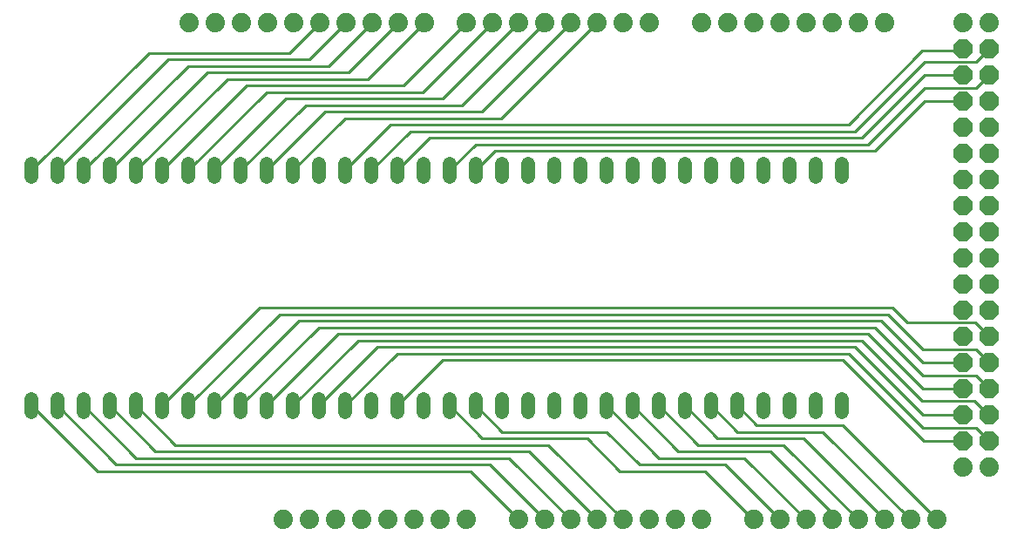
<source format=gbr>
G04 EAGLE Gerber RS-274X export*
G75*
%MOMM*%
%FSLAX34Y34*%
%LPD*%
%INTop Copper*%
%IPPOS*%
%AMOC8*
5,1,8,0,0,1.08239X$1,22.5*%
G01*
%ADD10C,1.879600*%
%ADD11P,2.034460X8X112.500000*%
%ADD12C,1.320800*%
%ADD13C,0.254000*%


D10*
X790702Y54610D03*
X816102Y54610D03*
X841502Y54610D03*
X866902Y54610D03*
X892302Y54610D03*
X917702Y54610D03*
X943102Y54610D03*
X765302Y54610D03*
X739902Y537210D03*
X765302Y537210D03*
X790702Y537210D03*
X816102Y537210D03*
X841502Y537210D03*
X866902Y537210D03*
X892302Y537210D03*
X714502Y537210D03*
X562102Y54610D03*
X587502Y54610D03*
X612902Y54610D03*
X638302Y54610D03*
X663702Y54610D03*
X689102Y54610D03*
X714502Y54610D03*
X536702Y54610D03*
X511302Y537210D03*
X536702Y537210D03*
X562102Y537210D03*
X587502Y537210D03*
X612902Y537210D03*
X638302Y537210D03*
X663702Y537210D03*
X485902Y537210D03*
X292862Y537210D03*
X318262Y537210D03*
X343662Y537210D03*
X369062Y537210D03*
X394462Y537210D03*
X419862Y537210D03*
X445262Y537210D03*
X267462Y537210D03*
D11*
X993902Y334010D03*
X968502Y334010D03*
X993902Y359410D03*
X968502Y359410D03*
X993902Y384810D03*
X968502Y384810D03*
X993902Y410210D03*
X968502Y410210D03*
X993902Y435610D03*
X968502Y435610D03*
X993902Y461010D03*
X968502Y461010D03*
X993902Y486410D03*
X968502Y486410D03*
X993902Y511810D03*
X968502Y511810D03*
X993902Y130810D03*
X968502Y130810D03*
X993902Y156210D03*
X968502Y156210D03*
X993902Y181610D03*
X968502Y181610D03*
X993902Y207010D03*
X968502Y207010D03*
X993902Y232410D03*
X968502Y232410D03*
X993902Y257810D03*
X968502Y257810D03*
X993902Y283210D03*
X968502Y283210D03*
X993902Y308610D03*
X968502Y308610D03*
D10*
X968502Y105410D03*
X993902Y105410D03*
X968502Y537210D03*
X993902Y537210D03*
X358902Y54610D03*
X384302Y54610D03*
X409702Y54610D03*
X435102Y54610D03*
X460502Y54610D03*
X485902Y54610D03*
X333502Y54610D03*
X308102Y54610D03*
X242062Y537210D03*
X216662Y537210D03*
D12*
X63246Y171831D02*
X63246Y158623D01*
X88646Y158623D02*
X88646Y171831D01*
X114046Y171831D02*
X114046Y158623D01*
X139446Y158623D02*
X139446Y171831D01*
X164846Y171831D02*
X164846Y158623D01*
X190246Y158623D02*
X190246Y171831D01*
X215646Y171831D02*
X215646Y158623D01*
X241046Y158623D02*
X241046Y171831D01*
X266446Y171831D02*
X266446Y158623D01*
X291846Y158623D02*
X291846Y171831D01*
X317246Y171831D02*
X317246Y158623D01*
X342646Y158623D02*
X342646Y171831D01*
X368046Y171831D02*
X368046Y158623D01*
X393446Y158623D02*
X393446Y171831D01*
X418846Y171831D02*
X418846Y158623D01*
X444246Y158623D02*
X444246Y171831D01*
X469646Y171831D02*
X469646Y158623D01*
X495046Y158623D02*
X495046Y171831D01*
X520446Y171831D02*
X520446Y158623D01*
X850646Y158623D02*
X850646Y171831D01*
X850646Y387223D02*
X850646Y400431D01*
X520446Y400431D02*
X520446Y387223D01*
X495046Y387223D02*
X495046Y400431D01*
X469646Y400431D02*
X469646Y387223D01*
X444246Y387223D02*
X444246Y400431D01*
X418846Y400431D02*
X418846Y387223D01*
X393446Y387223D02*
X393446Y400431D01*
X368046Y400431D02*
X368046Y387223D01*
X342646Y387223D02*
X342646Y400431D01*
X317246Y400431D02*
X317246Y387223D01*
X291846Y387223D02*
X291846Y400431D01*
X266446Y400431D02*
X266446Y387223D01*
X241046Y387223D02*
X241046Y400431D01*
X215646Y400431D02*
X215646Y387223D01*
X190246Y387223D02*
X190246Y400431D01*
X164846Y400431D02*
X164846Y387223D01*
X139446Y387223D02*
X139446Y400431D01*
X114046Y400431D02*
X114046Y387223D01*
X88646Y387223D02*
X88646Y400431D01*
X63246Y400431D02*
X63246Y387223D01*
X545846Y171831D02*
X545846Y158623D01*
X571246Y158623D02*
X571246Y171831D01*
X596646Y171831D02*
X596646Y158623D01*
X622046Y158623D02*
X622046Y171831D01*
X647446Y171831D02*
X647446Y158623D01*
X672846Y158623D02*
X672846Y171831D01*
X698246Y171831D02*
X698246Y158623D01*
X723646Y158623D02*
X723646Y171831D01*
X749046Y171831D02*
X749046Y158623D01*
X774446Y158623D02*
X774446Y171831D01*
X799846Y171831D02*
X799846Y158623D01*
X825246Y158623D02*
X825246Y171831D01*
X545846Y387223D02*
X545846Y400431D01*
X571246Y400431D02*
X571246Y387223D01*
X596646Y387223D02*
X596646Y400431D01*
X622046Y400431D02*
X622046Y387223D01*
X647446Y387223D02*
X647446Y400431D01*
X672846Y400431D02*
X672846Y387223D01*
X698246Y387223D02*
X698246Y400431D01*
X723646Y400431D02*
X723646Y387223D01*
X749046Y387223D02*
X749046Y400431D01*
X774446Y400431D02*
X774446Y387223D01*
X799846Y387223D02*
X799846Y400431D01*
X825246Y400431D02*
X825246Y387223D01*
D13*
X520573Y139700D02*
X495046Y165227D01*
X520573Y139700D02*
X622300Y139700D01*
X654050Y107950D01*
X732790Y107950D01*
X737362Y107950D02*
X790702Y54610D01*
X737362Y107950D02*
X732790Y107950D01*
X501523Y133350D02*
X469646Y165227D01*
X717550Y101600D02*
X734695Y84455D01*
X749300Y69850D01*
X603250Y133350D02*
X501523Y133350D01*
X603250Y133350D02*
X635000Y101600D01*
X717550Y101600D01*
X764540Y54610D02*
X765302Y54610D01*
X764540Y54610D02*
X749300Y69850D01*
X463169Y209550D02*
X418846Y165227D01*
X930402Y130810D02*
X968502Y130810D01*
X930402Y130810D02*
X851662Y209550D01*
X463169Y209550D01*
X794512Y127000D02*
X866902Y54610D01*
X711073Y127000D02*
X672846Y165227D01*
X711073Y127000D02*
X794512Y127000D01*
X692023Y120650D02*
X647446Y165227D01*
X692023Y120650D02*
X781050Y120650D01*
X841502Y60198D01*
X841502Y54610D01*
X816102Y54610D02*
X756412Y114300D01*
X672973Y114300D02*
X622046Y165227D01*
X672973Y114300D02*
X756412Y114300D01*
X203073Y127000D02*
X164846Y165227D01*
X565912Y127000D02*
X638302Y54610D01*
X565912Y127000D02*
X203073Y127000D01*
X546862Y120650D02*
X612902Y54610D01*
X184023Y120650D02*
X139446Y165227D01*
X184023Y120650D02*
X546862Y120650D01*
X164973Y114300D02*
X114046Y165227D01*
X527812Y114300D02*
X587502Y54610D01*
X527812Y114300D02*
X164973Y114300D01*
X508762Y107950D02*
X562102Y54610D01*
X145923Y107950D02*
X88646Y165227D01*
X145923Y107950D02*
X508762Y107950D01*
X127383Y101090D02*
X63246Y165227D01*
X127383Y101090D02*
X490222Y101090D01*
X536702Y54610D01*
X368046Y393827D02*
X412369Y438150D01*
X857250Y438150D01*
X928880Y509780D01*
X966472Y509780D02*
X968502Y511810D01*
X966472Y509780D02*
X928880Y509780D01*
X431419Y431800D02*
X393446Y393827D01*
X431419Y431800D02*
X863600Y431800D01*
X926719Y494919D01*
X927100Y495300D01*
X981329Y499237D02*
X993902Y511810D01*
X981329Y499237D02*
X962025Y499237D01*
X931037Y499237D01*
X927100Y495300D01*
X450469Y425450D02*
X418846Y393827D01*
X450469Y425450D02*
X869950Y425450D01*
X930910Y486410D02*
X968502Y486410D01*
X930910Y486410D02*
X869950Y425450D01*
X494919Y419100D02*
X469646Y393827D01*
X876300Y419100D02*
X930910Y473710D01*
X876300Y419100D02*
X494919Y419100D01*
X981202Y473710D02*
X993902Y486410D01*
X981202Y473710D02*
X930910Y473710D01*
X930910Y461010D02*
X968502Y461010D01*
X513969Y412750D02*
X495046Y393827D01*
X882650Y412750D02*
X930910Y461010D01*
X882650Y412750D02*
X513969Y412750D01*
X323469Y247650D02*
X241046Y165227D01*
X889000Y247650D02*
X929640Y207010D01*
X889000Y247650D02*
X323469Y247650D01*
X929640Y207010D02*
X968502Y207010D01*
X304419Y254000D02*
X215646Y165227D01*
X895350Y254000D02*
X929640Y219710D01*
X895350Y254000D02*
X304419Y254000D01*
X981202Y219710D02*
X993902Y207010D01*
X981202Y219710D02*
X929640Y219710D01*
X342519Y241300D02*
X266446Y165227D01*
X342519Y241300D02*
X882650Y241300D01*
X929640Y194310D01*
X981202Y194310D01*
X993902Y181610D01*
X285369Y260350D02*
X190246Y165227D01*
X285369Y260350D02*
X899668Y260350D01*
X914400Y245618D02*
X980694Y245618D01*
X993902Y232410D01*
X914400Y245618D02*
X899668Y260350D01*
X813562Y133350D02*
X892302Y54610D01*
X730123Y133350D02*
X698246Y165227D01*
X730123Y133350D02*
X813562Y133350D01*
X749173Y139700D02*
X723646Y165227D01*
X832612Y139700D02*
X917702Y54610D01*
X832612Y139700D02*
X749173Y139700D01*
X851662Y146050D02*
X943102Y54610D01*
X768223Y146050D02*
X749046Y165227D01*
X768223Y146050D02*
X851662Y146050D01*
X177419Y508000D02*
X63246Y393827D01*
X177419Y508000D02*
X314452Y508000D01*
X343662Y537210D01*
X196469Y501650D02*
X88646Y393827D01*
X196469Y501650D02*
X333502Y501650D01*
X369062Y537210D01*
X215519Y495300D02*
X114046Y393827D01*
X215519Y495300D02*
X352552Y495300D01*
X394462Y537210D01*
X234569Y488950D02*
X139446Y393827D01*
X234569Y488950D02*
X371602Y488950D01*
X419862Y537210D01*
X253619Y482600D02*
X164846Y393827D01*
X253619Y482600D02*
X390652Y482600D01*
X445262Y537210D01*
X485902Y537210D02*
X425196Y476504D01*
X272923Y476504D02*
X190246Y393827D01*
X272923Y476504D02*
X425196Y476504D01*
X443992Y469900D02*
X511302Y537210D01*
X443992Y469900D02*
X291719Y469900D01*
X215646Y393827D01*
X463042Y463550D02*
X536702Y537210D01*
X463042Y463550D02*
X310769Y463550D01*
X241046Y393827D01*
X266446Y393827D02*
X329819Y457200D01*
X482092Y457200D01*
X562102Y537210D01*
X587502Y537210D02*
X501142Y450850D01*
X348869Y450850D01*
X291846Y393827D01*
X317246Y393827D02*
X367919Y444500D01*
X520192Y444500D01*
X612902Y537210D01*
X418719Y215900D02*
X368046Y165227D01*
X418719Y215900D02*
X857250Y215900D01*
X929640Y143510D02*
X981202Y143510D01*
X929640Y143510D02*
X857250Y215900D01*
X981202Y143510D02*
X993902Y130810D01*
X361569Y234950D02*
X291846Y165227D01*
X361569Y234950D02*
X876300Y234950D01*
X929640Y181610D01*
X968502Y181610D01*
X380619Y228600D02*
X317246Y165227D01*
X380619Y228600D02*
X869950Y228600D01*
X993140Y156210D02*
X993902Y156210D01*
X993140Y156210D02*
X979932Y169418D01*
X929132Y169418D01*
X869950Y228600D01*
X399669Y222250D02*
X342646Y165227D01*
X399669Y222250D02*
X863600Y222250D01*
X929640Y156210D02*
X968502Y156210D01*
X929640Y156210D02*
X863600Y222250D01*
M02*

</source>
